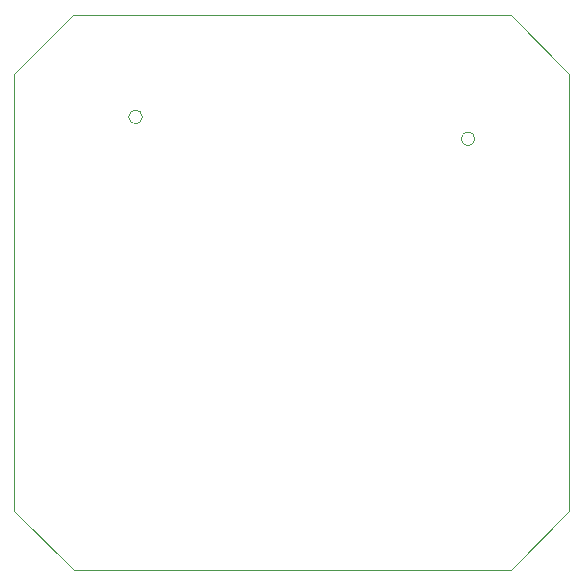
<source format=gbr>
%TF.GenerationSoftware,KiCad,Pcbnew,(5.99.0-10369-gb59bf064b4)*%
%TF.CreationDate,2021-07-27T07:29:01+02:00*%
%TF.ProjectId,stm32h7,73746d33-3268-4372-9e6b-696361645f70,rev?*%
%TF.SameCoordinates,Original*%
%TF.FileFunction,Profile,NP*%
%FSLAX46Y46*%
G04 Gerber Fmt 4.6, Leading zero omitted, Abs format (unit mm)*
G04 Created by KiCad (PCBNEW (5.99.0-10369-gb59bf064b4)) date 2021-07-27 07:29:01*
%MOMM*%
%LPD*%
G01*
G04 APERTURE LIST*
%TA.AperFunction,Profile*%
%ADD10C,0.100000*%
%TD*%
G04 APERTURE END LIST*
D10*
X12100000Y-54050000D02*
X12100000Y-17050000D01*
X54100000Y-12000000D02*
X59050000Y-17050000D01*
X59050000Y-17050000D02*
X59050000Y-54050000D01*
X54150000Y-59050000D02*
X17150000Y-59050000D01*
X51076000Y-22500000D02*
G75*
G03*
X51076000Y-22500000I-576000J0D01*
G01*
X12100000Y-17050000D02*
X17050000Y-12000000D01*
X17150000Y-59050000D02*
X12100000Y-54050000D01*
X17050000Y-12000000D02*
X54100000Y-12000000D01*
X59050000Y-54050000D02*
X54150000Y-59050000D01*
X22926000Y-20650000D02*
G75*
G03*
X22926000Y-20650000I-576000J0D01*
G01*
M02*

</source>
